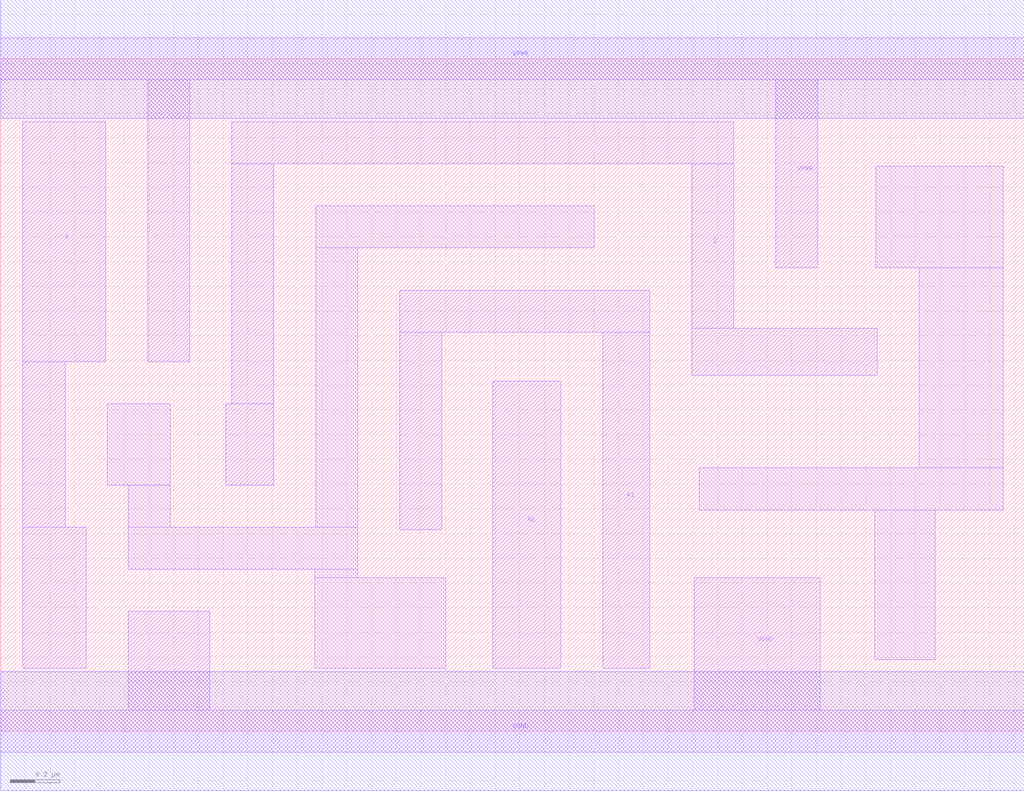
<source format=lef>
# Copyright 2020 The SkyWater PDK Authors
#
# Licensed under the Apache License, Version 2.0 (the "License");
# you may not use this file except in compliance with the License.
# You may obtain a copy of the License at
#
#     https://www.apache.org/licenses/LICENSE-2.0
#
# Unless required by applicable law or agreed to in writing, software
# distributed under the License is distributed on an "AS IS" BASIS,
# WITHOUT WARRANTIES OR CONDITIONS OF ANY KIND, either express or implied.
# See the License for the specific language governing permissions and
# limitations under the License.
#
# SPDX-License-Identifier: Apache-2.0

VERSION 5.5 ;
NAMESCASESENSITIVE ON ;
BUSBITCHARS "[]" ;
DIVIDERCHAR "/" ;
MACRO sky130_fd_sc_hd__mux2_1
  CLASS CORE ;
  SOURCE USER ;
  ORIGIN  0.000000  0.000000 ;
  SIZE  4.140000 BY  2.720000 ;
  SYMMETRY X Y R90 ;
  SITE unithd ;
  PIN A0
    ANTENNAGATEAREA  0.126000 ;
    DIRECTION INPUT ;
    USE SIGNAL ;
    PORT
      LAYER li1 ;
        RECT 1.990000 0.255000 2.265000 1.415000 ;
    END
  END A0
  PIN A1
    ANTENNAGATEAREA  0.126000 ;
    DIRECTION INPUT ;
    USE SIGNAL ;
    PORT
      LAYER li1 ;
        RECT 1.615000 0.815000 1.785000 1.615000 ;
        RECT 1.615000 1.615000 2.625000 1.785000 ;
        RECT 2.435000 0.255000 2.625000 1.615000 ;
    END
  END A1
  PIN S
    ANTENNAGATEAREA  0.252000 ;
    DIRECTION INPUT ;
    USE SIGNAL ;
    PORT
      LAYER li1 ;
        RECT 0.910000 0.995000 1.105000 1.325000 ;
        RECT 0.935000 1.325000 1.105000 2.295000 ;
        RECT 0.935000 2.295000 2.965000 2.465000 ;
        RECT 2.795000 1.440000 3.545000 1.630000 ;
        RECT 2.795000 1.630000 2.965000 2.295000 ;
    END
  END S
  PIN X
    ANTENNADIFFAREA  0.429000 ;
    DIRECTION OUTPUT ;
    USE SIGNAL ;
    PORT
      LAYER li1 ;
        RECT 0.090000 0.255000 0.345000 0.825000 ;
        RECT 0.090000 0.825000 0.260000 1.495000 ;
        RECT 0.090000 1.495000 0.425000 2.465000 ;
    END
  END X
  PIN VGND
    DIRECTION INOUT ;
    SHAPE ABUTMENT ;
    USE GROUND ;
    PORT
      LAYER li1 ;
        RECT 0.000000 -0.085000 4.140000 0.085000 ;
        RECT 0.515000  0.085000 0.845000 0.485000 ;
        RECT 2.805000  0.085000 3.315000 0.620000 ;
    END
    PORT
      LAYER met1 ;
        RECT 0.000000 -0.240000 4.140000 0.240000 ;
    END
  END VGND
  PIN VNB
    DIRECTION INOUT ;
    USE GROUND ;
    PORT
    END
  END VNB
  PIN VPB
    DIRECTION INOUT ;
    USE POWER ;
    PORT
    END
  END VPB
  PIN VPWR
    DIRECTION INOUT ;
    SHAPE ABUTMENT ;
    USE POWER ;
    PORT
      LAYER li1 ;
        RECT 0.000000 2.635000 4.140000 2.805000 ;
        RECT 0.595000 1.495000 0.765000 2.635000 ;
        RECT 3.135000 1.875000 3.305000 2.635000 ;
    END
    PORT
      LAYER met1 ;
        RECT 0.000000 2.480000 4.140000 2.960000 ;
    END
  END VPWR
  OBS
    LAYER li1 ;
      RECT 0.430000 0.995000 0.685000 1.325000 ;
      RECT 0.515000 0.655000 1.445000 0.825000 ;
      RECT 0.515000 0.825000 0.685000 0.995000 ;
      RECT 1.270000 0.255000 1.800000 0.620000 ;
      RECT 1.270000 0.620000 1.445000 0.655000 ;
      RECT 1.275000 0.825000 1.445000 1.955000 ;
      RECT 1.275000 1.955000 2.400000 2.125000 ;
      RECT 2.825000 0.895000 4.055000 1.065000 ;
      RECT 3.535000 0.290000 3.780000 0.895000 ;
      RECT 3.540000 1.875000 4.055000 2.285000 ;
      RECT 3.715000 1.065000 4.055000 1.875000 ;
  END
END sky130_fd_sc_hd__mux2_1
END LIBRARY

</source>
